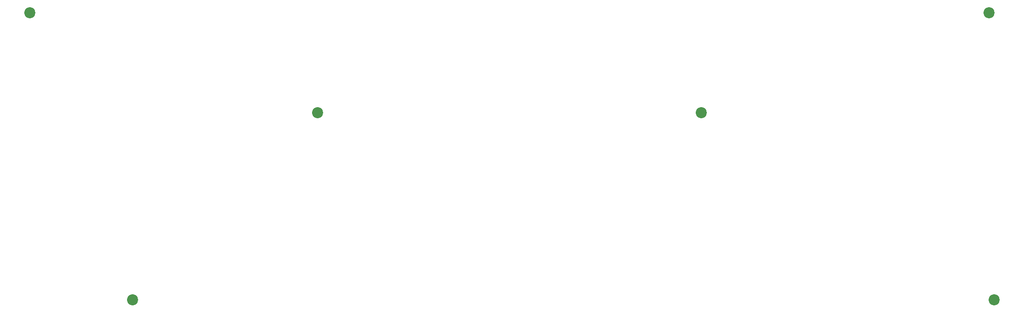
<source format=gbr>
%TF.GenerationSoftware,KiCad,Pcbnew,7.0.2*%
%TF.CreationDate,2023-05-30T09:58:56-07:00*%
%TF.ProjectId,5x12-plate,35783132-2d70-46c6-9174-652e6b696361,rev?*%
%TF.SameCoordinates,Original*%
%TF.FileFunction,Soldermask,Bot*%
%TF.FilePolarity,Negative*%
%FSLAX46Y46*%
G04 Gerber Fmt 4.6, Leading zero omitted, Abs format (unit mm)*
G04 Created by KiCad (PCBNEW 7.0.2) date 2023-05-30 09:58:56*
%MOMM*%
%LPD*%
G01*
G04 APERTURE LIST*
%ADD10C,2.200000*%
G04 APERTURE END LIST*
D10*
%TO.C,REF\u002A\u002A*%
X90068400Y-53136800D03*
%TD*%
%TO.C,REF\u002A\u002A*%
X53340000Y-90424000D03*
%TD*%
%TO.C,REF\u002A\u002A*%
X32918400Y-33223200D03*
%TD*%
%TO.C,REF\u002A\u002A*%
X166268400Y-53136800D03*
%TD*%
%TO.C,REF\u002A\u002A*%
X224434400Y-90424000D03*
%TD*%
%TO.C,REF\u002A\u002A*%
X223418400Y-33223200D03*
%TD*%
M02*

</source>
